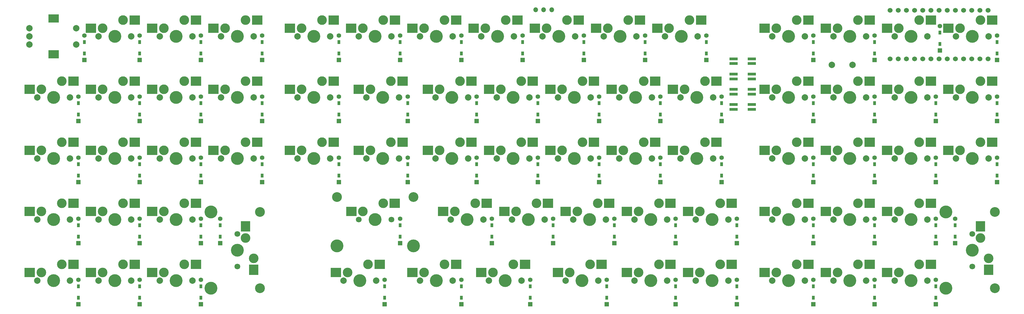
<source format=gbs>
G04 #@! TF.GenerationSoftware,KiCad,Pcbnew,(6.0.0)*
G04 #@! TF.CreationDate,2022-01-01T17:52:16+09:00*
G04 #@! TF.ProjectId,TwENkey,5477454e-6b65-4792-9e6b-696361645f70,rev?*
G04 #@! TF.SameCoordinates,Original*
G04 #@! TF.FileFunction,Soldermask,Bot*
G04 #@! TF.FilePolarity,Negative*
%FSLAX46Y46*%
G04 Gerber Fmt 4.6, Leading zero omitted, Abs format (unit mm)*
G04 Created by KiCad (PCBNEW (6.0.0)) date 2022-01-01 17:52:16*
%MOMM*%
%LPD*%
G01*
G04 APERTURE LIST*
%ADD10C,4.000000*%
%ADD11C,3.000000*%
%ADD12C,2.000000*%
%ADD13R,3.300000X3.000000*%
%ADD14R,3.200000X2.500000*%
%ADD15R,1.397000X1.397000*%
%ADD16R,0.950000X1.300000*%
%ADD17C,1.397000*%
%ADD18R,2.500000X0.820000*%
%ADD19C,3.050000*%
%ADD20C,1.800000*%
%ADD21R,3.000000X3.300000*%
%ADD22C,1.524000*%
%ADD23O,1.500000X1.500000*%
G04 APERTURE END LIST*
D10*
X47625000Y-47625000D03*
D11*
X43815000Y-45085000D03*
D12*
X42545000Y-47625000D03*
D11*
X50165000Y-42545000D03*
D12*
X52705000Y-47625000D03*
D13*
X40175000Y-45045000D03*
X53775000Y-42505000D03*
D11*
X43815000Y-102235000D03*
D12*
X52705000Y-104775000D03*
D10*
X47625000Y-104775000D03*
D11*
X50165000Y-99695000D03*
D12*
X42545000Y-104775000D03*
D13*
X40175000Y-102195000D03*
X53775000Y-99655000D03*
D10*
X47625000Y-28575000D03*
D12*
X42545000Y-28575000D03*
D11*
X43815000Y-26035000D03*
X50165000Y-23495000D03*
D12*
X52705000Y-28575000D03*
D13*
X40175000Y-25995000D03*
X53775000Y-23455000D03*
D12*
X21075000Y-26075000D03*
X21075000Y-31075000D03*
X21075000Y-28575000D03*
D14*
X28575000Y-22975000D03*
X28575000Y-34175000D03*
D12*
X35575000Y-31075000D03*
X35575000Y-26075000D03*
X42545000Y-85725000D03*
D11*
X50165000Y-80645000D03*
X43815000Y-83185000D03*
D12*
X52705000Y-85725000D03*
D10*
X47625000Y-85725000D03*
D13*
X40175000Y-83145000D03*
X53775000Y-80605000D03*
D11*
X43815000Y-64135000D03*
X50165000Y-61595000D03*
D12*
X52705000Y-66675000D03*
X42545000Y-66675000D03*
D10*
X47625000Y-66675000D03*
D13*
X40175000Y-64095000D03*
X53775000Y-61555000D03*
D10*
X66675000Y-47625000D03*
D11*
X69215000Y-42545000D03*
D12*
X71755000Y-47625000D03*
X61595000Y-47625000D03*
D11*
X62865000Y-45085000D03*
D13*
X59225000Y-45045000D03*
X72825000Y-42505000D03*
D12*
X71755000Y-28575000D03*
D10*
X66675000Y-28575000D03*
D11*
X69215000Y-23495000D03*
D12*
X61595000Y-28575000D03*
D11*
X62865000Y-26035000D03*
D13*
X59225000Y-25995000D03*
X72825000Y-23455000D03*
D10*
X66675000Y-66675000D03*
D12*
X71755000Y-66675000D03*
D11*
X62865000Y-64135000D03*
X69215000Y-61595000D03*
D12*
X61595000Y-66675000D03*
D13*
X59225000Y-64095000D03*
X72825000Y-61555000D03*
D12*
X61595000Y-85725000D03*
D10*
X66675000Y-85725000D03*
D11*
X69215000Y-80645000D03*
X62865000Y-83185000D03*
D12*
X71755000Y-85725000D03*
D13*
X59225000Y-83145000D03*
X72825000Y-80605000D03*
D11*
X88265000Y-42545000D03*
D10*
X85725000Y-47625000D03*
D11*
X81915000Y-45085000D03*
D12*
X80645000Y-47625000D03*
X90805000Y-47625000D03*
D13*
X78275000Y-45045000D03*
X91875000Y-42505000D03*
D12*
X90805000Y-66675000D03*
X80645000Y-66675000D03*
D10*
X85725000Y-66675000D03*
D11*
X88265000Y-61595000D03*
X81915000Y-64135000D03*
D13*
X78275000Y-64095000D03*
X91875000Y-61555000D03*
D11*
X69215000Y-99695000D03*
D10*
X66675000Y-104775000D03*
D12*
X61595000Y-104775000D03*
D11*
X62865000Y-102235000D03*
D12*
X71755000Y-104775000D03*
D13*
X59225000Y-102195000D03*
X72825000Y-99655000D03*
D11*
X105727500Y-45085000D03*
D10*
X109537500Y-47625000D03*
D12*
X114617500Y-47625000D03*
X104457500Y-47625000D03*
D11*
X112077500Y-42545000D03*
D13*
X102087500Y-45045000D03*
X115687500Y-42505000D03*
D11*
X178752500Y-80645000D03*
D12*
X181292500Y-85725000D03*
D11*
X172402500Y-83185000D03*
D10*
X176212500Y-85725000D03*
D12*
X171132500Y-85725000D03*
D13*
X168762500Y-83145000D03*
X182362500Y-80605000D03*
D11*
X112077500Y-61595000D03*
D12*
X104457500Y-66675000D03*
D10*
X109537500Y-66675000D03*
D11*
X105727500Y-64135000D03*
D12*
X114617500Y-66675000D03*
D13*
X102087500Y-64095000D03*
X115687500Y-61555000D03*
D11*
X153352500Y-83185000D03*
D12*
X162242500Y-85725000D03*
X152082500Y-85725000D03*
D10*
X157162500Y-85725000D03*
D11*
X159702500Y-80645000D03*
D13*
X149712500Y-83145000D03*
X163312500Y-80605000D03*
D11*
X154940000Y-42545000D03*
D12*
X157480000Y-47625000D03*
D11*
X148590000Y-45085000D03*
D12*
X147320000Y-47625000D03*
D10*
X152400000Y-47625000D03*
D13*
X144950000Y-45045000D03*
X158550000Y-42505000D03*
D10*
X152400000Y-66675000D03*
D12*
X147320000Y-66675000D03*
X157480000Y-66675000D03*
D11*
X154940000Y-61595000D03*
X148590000Y-64135000D03*
D13*
X144950000Y-64095000D03*
X158550000Y-61555000D03*
D10*
X109537500Y-28575000D03*
D11*
X112077500Y-23495000D03*
D12*
X104457500Y-28575000D03*
D11*
X105727500Y-26035000D03*
D12*
X114617500Y-28575000D03*
D13*
X102087500Y-25995000D03*
X115687500Y-23455000D03*
D12*
X123507500Y-28575000D03*
D10*
X128587500Y-28575000D03*
D11*
X124777500Y-26035000D03*
D12*
X133667500Y-28575000D03*
D11*
X131127500Y-23495000D03*
D13*
X121137500Y-25995000D03*
X134737500Y-23455000D03*
D12*
X195580000Y-66675000D03*
D11*
X186690000Y-64135000D03*
D10*
X190500000Y-66675000D03*
D12*
X185420000Y-66675000D03*
D11*
X193040000Y-61595000D03*
D13*
X183050000Y-64095000D03*
X196650000Y-61555000D03*
D12*
X190182500Y-85725000D03*
D10*
X195262500Y-85725000D03*
D11*
X197802500Y-80645000D03*
D12*
X200342500Y-85725000D03*
D11*
X191452500Y-83185000D03*
D13*
X187812500Y-83145000D03*
X201412500Y-80605000D03*
D10*
X185737500Y-28575000D03*
D12*
X190817500Y-28575000D03*
X180657500Y-28575000D03*
D11*
X181927500Y-26035000D03*
X188277500Y-23495000D03*
D13*
X178287500Y-25995000D03*
X191887500Y-23455000D03*
D10*
X209550000Y-47625000D03*
D11*
X212090000Y-42545000D03*
X205740000Y-45085000D03*
D12*
X204470000Y-47625000D03*
X214630000Y-47625000D03*
D13*
X202100000Y-45045000D03*
X215700000Y-42505000D03*
D11*
X162877500Y-26035000D03*
D12*
X161607500Y-28575000D03*
D11*
X169227500Y-23495000D03*
D10*
X166687500Y-28575000D03*
D12*
X171767500Y-28575000D03*
D13*
X159237500Y-25995000D03*
X172837500Y-23455000D03*
D11*
X173990000Y-61595000D03*
D12*
X176530000Y-66675000D03*
X166370000Y-66675000D03*
D11*
X167640000Y-64135000D03*
D10*
X171450000Y-66675000D03*
D13*
X164000000Y-64095000D03*
X177600000Y-61555000D03*
D11*
X143827500Y-26035000D03*
D12*
X152717500Y-28575000D03*
D10*
X147637500Y-28575000D03*
D11*
X150177500Y-23495000D03*
D12*
X142557500Y-28575000D03*
D13*
X140187500Y-25995000D03*
X153787500Y-23455000D03*
D11*
X210502500Y-83185000D03*
D12*
X209232500Y-85725000D03*
D10*
X214312500Y-85725000D03*
D11*
X216852500Y-80645000D03*
D12*
X219392500Y-85725000D03*
D13*
X206862500Y-83145000D03*
X220462500Y-80605000D03*
D11*
X167640000Y-45085000D03*
D10*
X171450000Y-47625000D03*
D12*
X176530000Y-47625000D03*
D11*
X173990000Y-42545000D03*
D12*
X166370000Y-47625000D03*
D13*
X164000000Y-45045000D03*
X177600000Y-42505000D03*
D12*
X204470000Y-66675000D03*
D11*
X212090000Y-61595000D03*
X205740000Y-64135000D03*
D10*
X209550000Y-66675000D03*
D12*
X214630000Y-66675000D03*
D13*
X202100000Y-64095000D03*
X215700000Y-61555000D03*
D10*
X190500000Y-47625000D03*
D11*
X193040000Y-42545000D03*
D12*
X195580000Y-47625000D03*
X185420000Y-47625000D03*
D11*
X186690000Y-45085000D03*
D13*
X183050000Y-45045000D03*
X196650000Y-42505000D03*
D10*
X204787500Y-28575000D03*
D11*
X207327500Y-23495000D03*
D12*
X199707500Y-28575000D03*
D11*
X200977500Y-26035000D03*
D12*
X209867500Y-28575000D03*
D13*
X197337500Y-25995000D03*
X210937500Y-23455000D03*
D12*
X319405000Y-28575000D03*
D11*
X316865000Y-23495000D03*
D12*
X309245000Y-28575000D03*
D11*
X310515000Y-26035000D03*
D10*
X314325000Y-28575000D03*
D13*
X306875000Y-25995000D03*
X320475000Y-23455000D03*
D12*
X309245000Y-47625000D03*
D11*
X310515000Y-45085000D03*
X316865000Y-42545000D03*
D12*
X319405000Y-47625000D03*
D10*
X314325000Y-47625000D03*
D13*
X306875000Y-45045000D03*
X320475000Y-42505000D03*
D12*
X309245000Y-66675000D03*
D11*
X316865000Y-61595000D03*
D10*
X314325000Y-66675000D03*
D11*
X310515000Y-64135000D03*
D12*
X319405000Y-66675000D03*
D13*
X306875000Y-64095000D03*
X320475000Y-61555000D03*
D11*
X297815000Y-80645000D03*
D12*
X290195000Y-85725000D03*
X300355000Y-85725000D03*
D11*
X291465000Y-83185000D03*
D10*
X295275000Y-85725000D03*
D13*
X287825000Y-83145000D03*
X301425000Y-80605000D03*
D12*
X300355000Y-28575000D03*
D10*
X295275000Y-28575000D03*
D12*
X290195000Y-28575000D03*
D11*
X297815000Y-23495000D03*
X291465000Y-26035000D03*
D13*
X287825000Y-25995000D03*
X301425000Y-23455000D03*
D12*
X271145000Y-104775000D03*
D10*
X276225000Y-104775000D03*
D12*
X281305000Y-104775000D03*
D11*
X272415000Y-102235000D03*
X278765000Y-99695000D03*
D13*
X268775000Y-102195000D03*
X282375000Y-99655000D03*
D11*
X297815000Y-99695000D03*
X291465000Y-102235000D03*
D12*
X300355000Y-104775000D03*
X290195000Y-104775000D03*
D10*
X295275000Y-104775000D03*
D13*
X287825000Y-102195000D03*
X301425000Y-99655000D03*
D12*
X152717500Y-104775000D03*
D11*
X143827500Y-102235000D03*
D12*
X142557500Y-104775000D03*
D10*
X147637500Y-104775000D03*
D11*
X150177500Y-99695000D03*
D13*
X140187500Y-102195000D03*
X153787500Y-99655000D03*
D11*
X165258750Y-102235000D03*
D12*
X174148750Y-104775000D03*
X163988750Y-104775000D03*
D11*
X171608750Y-99695000D03*
D10*
X169068750Y-104775000D03*
D13*
X161618750Y-102195000D03*
X175218750Y-99655000D03*
D12*
X197961250Y-104775000D03*
X187801250Y-104775000D03*
D11*
X189071250Y-102235000D03*
D10*
X192881250Y-104775000D03*
D11*
X195421250Y-99695000D03*
D13*
X185431250Y-102195000D03*
X199031250Y-99655000D03*
D11*
X216852500Y-99695000D03*
X210502500Y-102235000D03*
D12*
X219392500Y-104775000D03*
D10*
X214312500Y-104775000D03*
D12*
X209232500Y-104775000D03*
D13*
X206862500Y-102195000D03*
X220462500Y-99655000D03*
D15*
X308967447Y-93106950D03*
D16*
X308967447Y-91071950D03*
D17*
X308967447Y-85486950D03*
D16*
X308967447Y-87521950D03*
X183951717Y-91071950D03*
D15*
X183951717Y-93106950D03*
D16*
X183951717Y-87521950D03*
D17*
X183951717Y-85486950D03*
D15*
X200620481Y-112156966D03*
D16*
X200620481Y-110121966D03*
D17*
X200620481Y-104536966D03*
D16*
X200620481Y-106571966D03*
X138707929Y-72021934D03*
D15*
X138707929Y-74056934D03*
D16*
X138707929Y-68471934D03*
D17*
X138707929Y-66436934D03*
D12*
X33655000Y-104775000D03*
D11*
X31115000Y-99695000D03*
D12*
X23495000Y-104775000D03*
D11*
X24765000Y-102235000D03*
D10*
X28575000Y-104775000D03*
D13*
X21125000Y-102195000D03*
X34725000Y-99655000D03*
D16*
X222051749Y-110121966D03*
D15*
X222051749Y-112156966D03*
D17*
X222051749Y-104536966D03*
D16*
X222051749Y-106571966D03*
D10*
X233362500Y-104775000D03*
D12*
X228282500Y-104775000D03*
D11*
X235902500Y-99695000D03*
X229552500Y-102235000D03*
D12*
X238442500Y-104775000D03*
D13*
X225912500Y-102195000D03*
X239512500Y-99655000D03*
D12*
X270593980Y-37504719D03*
X277093980Y-37504719D03*
D11*
X88265072Y-23495024D03*
D12*
X90805072Y-28575024D03*
X80645072Y-28575024D03*
D11*
X81915072Y-26035024D03*
D10*
X85725072Y-28575024D03*
D13*
X78275072Y-25995024D03*
X91875072Y-23455024D03*
D15*
X303014317Y-93106950D03*
D16*
X303014317Y-91071950D03*
X303014317Y-87521950D03*
D17*
X303014317Y-85486950D03*
D12*
X281305000Y-47625000D03*
X271145000Y-47625000D03*
D11*
X278765000Y-42545000D03*
X272415000Y-45085000D03*
D10*
X276225000Y-47625000D03*
D13*
X268775000Y-45045000D03*
X282375000Y-42505000D03*
D15*
X303014317Y-74056934D03*
D16*
X303014317Y-72021934D03*
D17*
X303014317Y-66436934D03*
D16*
X303014317Y-68471934D03*
D11*
X24765000Y-83185000D03*
D12*
X23495000Y-85725000D03*
X33655000Y-85725000D03*
D10*
X28575000Y-85725000D03*
D11*
X31115000Y-80645000D03*
D13*
X21125000Y-83145000D03*
X34725000Y-80605000D03*
D16*
X193476725Y-33921902D03*
D15*
X193476725Y-35956902D03*
D17*
X193476725Y-28336902D03*
D16*
X193476725Y-30371902D03*
D15*
X236339261Y-74056934D03*
D16*
X236339261Y-72021934D03*
X236339261Y-68471934D03*
D17*
X236339261Y-66436934D03*
D10*
X28575000Y-66675000D03*
D12*
X33655000Y-66675000D03*
D11*
X31115000Y-61595000D03*
X24765000Y-64135000D03*
D12*
X23495000Y-66675000D03*
D13*
X21125000Y-64095000D03*
X34725000Y-61555000D03*
D16*
X93464141Y-72021934D03*
D15*
X93464141Y-74056934D03*
D17*
X93464141Y-66436934D03*
D16*
X93464141Y-68471934D03*
D15*
X264914285Y-74056934D03*
D16*
X264914285Y-72021934D03*
X264914285Y-68471934D03*
D17*
X264914285Y-66436934D03*
D16*
X74414125Y-52971918D03*
D15*
X74414125Y-55006918D03*
D16*
X74414125Y-49421918D03*
D17*
X74414125Y-47386918D03*
D15*
X264914285Y-112156966D03*
D16*
X264914285Y-110121966D03*
D17*
X264914285Y-104536966D03*
D16*
X264914285Y-106571966D03*
D18*
X240037704Y-51351605D03*
X245737704Y-51351605D03*
X245737704Y-49851605D03*
X240037704Y-49851605D03*
D15*
X93464141Y-55006918D03*
D16*
X93464141Y-52971918D03*
D17*
X93464141Y-47386918D03*
D16*
X93464141Y-49421918D03*
D11*
X224790000Y-64135000D03*
X231140000Y-61595000D03*
D12*
X233680000Y-66675000D03*
D10*
X228600000Y-66675000D03*
D12*
X223520000Y-66675000D03*
D13*
X221150000Y-64095000D03*
X234750000Y-61555000D03*
D16*
X55364109Y-91071950D03*
D15*
X55364109Y-93106950D03*
D17*
X55364109Y-85486950D03*
D16*
X55364109Y-87521950D03*
X179189213Y-72021934D03*
D15*
X179189213Y-74056934D03*
D16*
X179189213Y-68471934D03*
D17*
X179189213Y-66436934D03*
D16*
X283964301Y-33921902D03*
D15*
X283964301Y-35956902D03*
D16*
X283964301Y-30371902D03*
D17*
X283964301Y-28336902D03*
D12*
X125888750Y-66675000D03*
X136048750Y-66675000D03*
D11*
X133508750Y-61595000D03*
X127158750Y-64135000D03*
D10*
X130968750Y-66675000D03*
D13*
X123518750Y-64095000D03*
X137118750Y-61555000D03*
D12*
X33655000Y-47625000D03*
D10*
X28575000Y-47625000D03*
D12*
X23495000Y-47625000D03*
D11*
X24765000Y-45085000D03*
X31115000Y-42545000D03*
D13*
X21125000Y-45045000D03*
X34725000Y-42505000D03*
D15*
X231576757Y-35956902D03*
D16*
X231576757Y-33921902D03*
X231576757Y-30371902D03*
D17*
X231576757Y-28336902D03*
D18*
X240037704Y-46589101D03*
X245737704Y-46589101D03*
X245737704Y-45089101D03*
X240037704Y-45089101D03*
D16*
X198239229Y-72021934D03*
D15*
X198239229Y-74056934D03*
D17*
X198239229Y-66436934D03*
D16*
X198239229Y-68471934D03*
D12*
X262255000Y-28575000D03*
D11*
X253365000Y-26035000D03*
D12*
X252095000Y-28575000D03*
D11*
X259715000Y-23495000D03*
D10*
X257175000Y-28575000D03*
D13*
X249725000Y-25995000D03*
X263325000Y-23455000D03*
D16*
X303014317Y-52971918D03*
D15*
X303014317Y-55006918D03*
D17*
X303014317Y-47386918D03*
D16*
X303014317Y-49421918D03*
D11*
X272415000Y-83185000D03*
D12*
X281305000Y-85725000D03*
D11*
X278765000Y-80645000D03*
D12*
X271145000Y-85725000D03*
D10*
X276225000Y-85725000D03*
D13*
X268775000Y-83145000D03*
X282375000Y-80605000D03*
D15*
X212526741Y-35956902D03*
D16*
X212526741Y-33921902D03*
D17*
X212526741Y-28336902D03*
D16*
X212526741Y-30371902D03*
D19*
X321325000Y-83350000D03*
D10*
X306085000Y-107150000D03*
D20*
X314325000Y-90170000D03*
D11*
X319405000Y-97790000D03*
D19*
X321325000Y-107150000D03*
D10*
X314325000Y-95250000D03*
D20*
X314325000Y-100330000D03*
D10*
X306085000Y-83350000D03*
D11*
X316865000Y-91440000D03*
D21*
X316865000Y-87850000D03*
X319405000Y-101350000D03*
D15*
X160139197Y-74056934D03*
D16*
X160139197Y-72021934D03*
X160139197Y-68471934D03*
D17*
X160139197Y-66436934D03*
D12*
X125888750Y-47625000D03*
D11*
X127158750Y-45085000D03*
D10*
X130968750Y-47625000D03*
D11*
X133508750Y-42545000D03*
D12*
X136048750Y-47625000D03*
D13*
X123518750Y-45045000D03*
X137118750Y-42505000D03*
D16*
X236339261Y-52971918D03*
D15*
X236339261Y-55006918D03*
D17*
X236339261Y-47386918D03*
D16*
X236339261Y-49421918D03*
D12*
X262255000Y-66675000D03*
X252095000Y-66675000D03*
D11*
X253365000Y-64135000D03*
D10*
X257175000Y-66675000D03*
D11*
X259715000Y-61595000D03*
D13*
X249725000Y-64095000D03*
X263325000Y-61555000D03*
D16*
X55364109Y-72021934D03*
D15*
X55364109Y-74056934D03*
D17*
X55364109Y-66436934D03*
D16*
X55364109Y-68471934D03*
X80367255Y-91071950D03*
D15*
X80367255Y-93106950D03*
D17*
X80367255Y-85486950D03*
D16*
X80367255Y-87521950D03*
X136326677Y-91071950D03*
D15*
X136326677Y-93106950D03*
D16*
X136326677Y-87521950D03*
D17*
X136326677Y-85486950D03*
D22*
X291290630Y-35636111D03*
X293830630Y-35636111D03*
X296370630Y-35636111D03*
X298910630Y-35636111D03*
X301450630Y-35636111D03*
X303990630Y-35636111D03*
X306530630Y-35636111D03*
X309070630Y-35636111D03*
X311610630Y-35636111D03*
X314150630Y-35636111D03*
X316690630Y-35636111D03*
X319230630Y-35636111D03*
X319230630Y-20416111D03*
X316690630Y-20416111D03*
X314150630Y-20416111D03*
X311610630Y-20416111D03*
X309070630Y-20416111D03*
X306530630Y-20416111D03*
X303990630Y-20416111D03*
X301450630Y-20416111D03*
X298910630Y-20416111D03*
X296370630Y-20416111D03*
X293830630Y-20416111D03*
X291290630Y-20416111D03*
X288750630Y-20416111D03*
X288750630Y-35636111D03*
D18*
X240037704Y-41826597D03*
X245737704Y-41826597D03*
X245737704Y-40326597D03*
X240037704Y-40326597D03*
D16*
X304204943Y-30945337D03*
D15*
X304204943Y-32980337D03*
D16*
X304204943Y-27395337D03*
D17*
X304204943Y-25360337D03*
D15*
X74414125Y-35956902D03*
D16*
X74414125Y-33921902D03*
D17*
X74414125Y-28336902D03*
D16*
X74414125Y-30371902D03*
D15*
X241101765Y-112156966D03*
D16*
X241101765Y-110121966D03*
D17*
X241101765Y-104536966D03*
D16*
X241101765Y-106571966D03*
X303014317Y-110121966D03*
D15*
X303014317Y-112156966D03*
D17*
X303014317Y-104536966D03*
D16*
X303014317Y-106571966D03*
X36314093Y-52971918D03*
D15*
X36314093Y-55006918D03*
D17*
X36314093Y-47386918D03*
D16*
X36314093Y-49421918D03*
D15*
X264914285Y-55006918D03*
D16*
X264914285Y-52971918D03*
D17*
X264914285Y-47386918D03*
D16*
X264914285Y-49421918D03*
D11*
X253365000Y-102235000D03*
X259715000Y-99695000D03*
D12*
X252095000Y-104775000D03*
D10*
X257175000Y-104775000D03*
D12*
X262255000Y-104775000D03*
D13*
X249725000Y-102195000D03*
X263325000Y-99655000D03*
D16*
X322064333Y-33921902D03*
D15*
X322064333Y-35956902D03*
D17*
X322064333Y-28336902D03*
D16*
X322064333Y-30371902D03*
D19*
X116687500Y-78725000D03*
D20*
X123507500Y-85725000D03*
D19*
X140487500Y-78725000D03*
D11*
X131127500Y-80645000D03*
D10*
X128587500Y-85725000D03*
X140487500Y-93965000D03*
D11*
X124777500Y-83185000D03*
D10*
X116687500Y-93965000D03*
D20*
X133667500Y-85725000D03*
D13*
X121187500Y-83185000D03*
X134687500Y-80645000D03*
D16*
X322064333Y-52971918D03*
D15*
X322064333Y-55006918D03*
D17*
X322064333Y-47386918D03*
D16*
X322064333Y-49421918D03*
D15*
X283964301Y-74056934D03*
D16*
X283964301Y-72021934D03*
X283964301Y-68471934D03*
D17*
X283964301Y-66436934D03*
D16*
X138707929Y-52971918D03*
D15*
X138707929Y-55006918D03*
D17*
X138707929Y-47386918D03*
D16*
X138707929Y-49421918D03*
D15*
X155376693Y-35956902D03*
D16*
X155376693Y-33921902D03*
X155376693Y-30371902D03*
D17*
X155376693Y-28336902D03*
D15*
X117276661Y-74056934D03*
D16*
X117276661Y-72021934D03*
X117276661Y-68471934D03*
D17*
X117276661Y-66436934D03*
D16*
X217289245Y-52971918D03*
D15*
X217289245Y-55006918D03*
D17*
X217289245Y-47386918D03*
D16*
X217289245Y-49421918D03*
X164901701Y-91071950D03*
D15*
X164901701Y-93106950D03*
D17*
X164901701Y-85486950D03*
D16*
X164901701Y-87521950D03*
D12*
X228917500Y-28575000D03*
D11*
X220027500Y-26035000D03*
D10*
X223837500Y-28575000D03*
D12*
X218757500Y-28575000D03*
D11*
X226377500Y-23495000D03*
D13*
X216387500Y-25995000D03*
X229987500Y-23455000D03*
D15*
X264914285Y-93106950D03*
D16*
X264914285Y-91071950D03*
D17*
X264914285Y-85486950D03*
D16*
X264914285Y-87521950D03*
D12*
X290195000Y-47625000D03*
D10*
X295275000Y-47625000D03*
D11*
X297815000Y-42545000D03*
D12*
X300355000Y-47625000D03*
D11*
X291465000Y-45085000D03*
D13*
X287825000Y-45045000D03*
X301425000Y-42505000D03*
D16*
X117276661Y-33921902D03*
D15*
X117276661Y-35956902D03*
D17*
X117276661Y-28336902D03*
D16*
X117276661Y-30371902D03*
D15*
X74414125Y-74056934D03*
D16*
X74414125Y-72021934D03*
D17*
X74414125Y-66436934D03*
D16*
X74414125Y-68471934D03*
D15*
X38100032Y-35956902D03*
D16*
X38100032Y-33921902D03*
X38100032Y-30371902D03*
D17*
X38100032Y-28336902D03*
D11*
X272415000Y-64135000D03*
D12*
X271145000Y-66675000D03*
D10*
X276225000Y-66675000D03*
D11*
X278765000Y-61595000D03*
D12*
X281305000Y-66675000D03*
D13*
X268775000Y-64095000D03*
X282375000Y-61555000D03*
D16*
X36314093Y-72021934D03*
D15*
X36314093Y-74056934D03*
D16*
X36314093Y-68471934D03*
D17*
X36314093Y-66436934D03*
D15*
X217289245Y-74056934D03*
D16*
X217289245Y-72021934D03*
X217289245Y-68471934D03*
D17*
X217289245Y-66436934D03*
D11*
X253365000Y-45085000D03*
D12*
X262255000Y-47625000D03*
D10*
X257175000Y-47625000D03*
D12*
X252095000Y-47625000D03*
D11*
X259715000Y-42545000D03*
D13*
X249725000Y-45045000D03*
X263325000Y-42505000D03*
D15*
X283964301Y-112156966D03*
D16*
X283964301Y-110121966D03*
D17*
X283964301Y-104536966D03*
D16*
X283964301Y-106571966D03*
X283964301Y-52971918D03*
D15*
X283964301Y-55006918D03*
D17*
X283964301Y-47386918D03*
D16*
X283964301Y-49421918D03*
X74414125Y-110121966D03*
D15*
X74414125Y-112156966D03*
D16*
X74414125Y-106571966D03*
D17*
X74414125Y-104536966D03*
D15*
X160139197Y-55006918D03*
D16*
X160139197Y-52971918D03*
D17*
X160139197Y-47386918D03*
D16*
X160139197Y-49421918D03*
X55364109Y-110121966D03*
D15*
X55364109Y-112156966D03*
D17*
X55364109Y-104536966D03*
D16*
X55364109Y-106571966D03*
D15*
X241101765Y-93106950D03*
D16*
X241101765Y-91071950D03*
X241101765Y-87521950D03*
D17*
X241101765Y-85486950D03*
D16*
X203001733Y-91071950D03*
D15*
X203001733Y-93106950D03*
D16*
X203001733Y-87521950D03*
D17*
X203001733Y-85486950D03*
D15*
X322064333Y-74056934D03*
D16*
X322064333Y-72021934D03*
D17*
X322064333Y-66436934D03*
D16*
X322064333Y-68471934D03*
X93464141Y-33921902D03*
D15*
X93464141Y-35956902D03*
D17*
X93464141Y-28336902D03*
D16*
X93464141Y-30371902D03*
D12*
X228282500Y-85725000D03*
D11*
X229552500Y-83185000D03*
X235902500Y-80645000D03*
D10*
X233362500Y-85725000D03*
D12*
X238442500Y-85725000D03*
D13*
X225912500Y-83145000D03*
X239512500Y-80605000D03*
D16*
X198239229Y-52971918D03*
D15*
X198239229Y-55006918D03*
D17*
X198239229Y-47386918D03*
D16*
X198239229Y-49421918D03*
D15*
X174426709Y-35956902D03*
D16*
X174426709Y-33921902D03*
X174426709Y-30371902D03*
D17*
X174426709Y-28336902D03*
D16*
X55364109Y-52971918D03*
D15*
X55364109Y-55006918D03*
D16*
X55364109Y-49421918D03*
D17*
X55364109Y-47386918D03*
D16*
X179189213Y-52971918D03*
D15*
X179189213Y-55006918D03*
D16*
X179189213Y-49421918D03*
D17*
X179189213Y-47386918D03*
D19*
X92725000Y-107150000D03*
D11*
X88265000Y-91440000D03*
D10*
X77485000Y-83350000D03*
D11*
X90805000Y-97790000D03*
D10*
X85725000Y-95250000D03*
D20*
X85725000Y-90170000D03*
X85725000Y-100330000D03*
D19*
X92725000Y-83350000D03*
D10*
X77485000Y-107150000D03*
D21*
X88265000Y-87850000D03*
X90805000Y-101350000D03*
D15*
X74414125Y-93106950D03*
D16*
X74414125Y-91071950D03*
D17*
X74414125Y-85486950D03*
D16*
X74414125Y-87521950D03*
D23*
X180975152Y-20290642D03*
X183475152Y-20290642D03*
X178475152Y-20290642D03*
D15*
X136326677Y-35956902D03*
D16*
X136326677Y-33921902D03*
X136326677Y-30371902D03*
D17*
X136326677Y-28336902D03*
D16*
X55364109Y-33921902D03*
D15*
X55364109Y-35956902D03*
D17*
X55364109Y-28336902D03*
D16*
X55364109Y-30371902D03*
D15*
X264914285Y-35956902D03*
D16*
X264914285Y-33921902D03*
D17*
X264914285Y-28336902D03*
D16*
X264914285Y-30371902D03*
D10*
X228600000Y-47625000D03*
D11*
X224790000Y-45085000D03*
X231140000Y-42545000D03*
D12*
X223520000Y-47625000D03*
X233680000Y-47625000D03*
D13*
X221150000Y-45045000D03*
X234750000Y-42505000D03*
D18*
X240037704Y-37064093D03*
X245737704Y-37064093D03*
X245737704Y-35564093D03*
X240037704Y-35564093D03*
D16*
X131564173Y-110121966D03*
D15*
X131564173Y-112156966D03*
D17*
X131564173Y-104536966D03*
D16*
X131564173Y-106571966D03*
D10*
X257175000Y-85725000D03*
D12*
X252095000Y-85725000D03*
D11*
X253365000Y-83185000D03*
D12*
X262255000Y-85725000D03*
D11*
X259715000Y-80645000D03*
D13*
X249725000Y-83145000D03*
X263325000Y-80605000D03*
D12*
X281305000Y-28575000D03*
D11*
X272415000Y-26035000D03*
D10*
X276225000Y-28575000D03*
D11*
X278765000Y-23495000D03*
D12*
X271145000Y-28575000D03*
D13*
X268775000Y-25995000D03*
X282375000Y-23455000D03*
D16*
X36314093Y-91071950D03*
D15*
X36314093Y-93106950D03*
D16*
X36314093Y-87521950D03*
D17*
X36314093Y-85486950D03*
D16*
X222051749Y-91071950D03*
D15*
X222051749Y-93106950D03*
D16*
X222051749Y-87521950D03*
D17*
X222051749Y-85486950D03*
D16*
X283964301Y-91071950D03*
D15*
X283964301Y-93106950D03*
D16*
X283964301Y-87521950D03*
D17*
X283964301Y-85486950D03*
D12*
X118745000Y-104775000D03*
D10*
X123825000Y-104775000D03*
D12*
X128905000Y-104775000D03*
D11*
X120015000Y-102235000D03*
X126365000Y-99695000D03*
D13*
X116375000Y-102195000D03*
X129975000Y-99655000D03*
D16*
X36314093Y-110121966D03*
D15*
X36314093Y-112156966D03*
D17*
X36314093Y-104536966D03*
D16*
X36314093Y-106571966D03*
X117276661Y-52971918D03*
D15*
X117276661Y-55006918D03*
D17*
X117276661Y-47386918D03*
D16*
X117276661Y-49421918D03*
X176807961Y-110121966D03*
D15*
X176807961Y-112156966D03*
D16*
X176807961Y-106571966D03*
D17*
X176807961Y-104536966D03*
D15*
X155376693Y-112156966D03*
D16*
X155376693Y-110121966D03*
X155376693Y-106571966D03*
D17*
X155376693Y-104536966D03*
D12*
X290195000Y-66675000D03*
D11*
X297815000Y-61595000D03*
X291465000Y-64135000D03*
D12*
X300355000Y-66675000D03*
D10*
X295275000Y-66675000D03*
D13*
X287825000Y-64095000D03*
X301425000Y-61555000D03*
M02*

</source>
